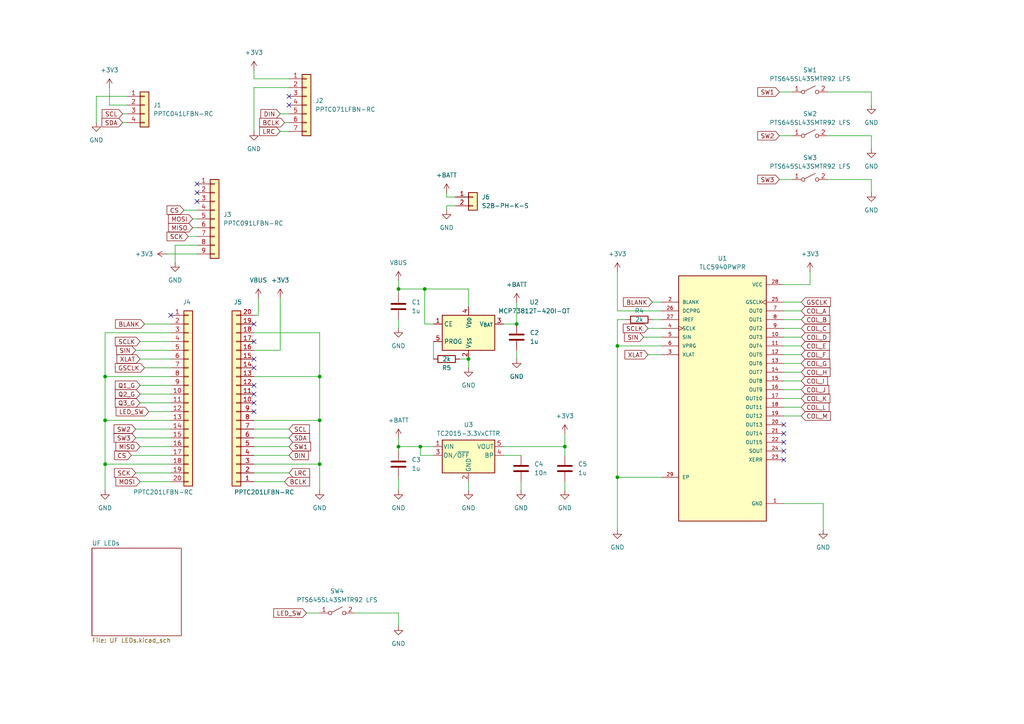
<source format=kicad_sch>
(kicad_sch (version 20231120) (generator "eeschema") (generator_version "8.0")
  (paper "A4")
  (lib_symbols
    (symbol "Battery_Management:MCP73812T-420I-OT"
      (property "Reference" "U" (at -6.35 6.35 0))
      (property "Value" "MCP73812T-420I-OT" (at 1.27 6.35 0))
      (symbol "MCP73812T-420I-OT_0_1"
        (rectangle (start -7.62 5.08) (end 7.62 -5.08) (stroke (width 0.254)) (fill (type background)))
      )
      (symbol "MCP73812T-420I-OT_1_1"
        (pin input line (at -10.16 2.54 0) (length 2.54) (name "CE") (number "1"))
        (pin power_in line (at 0 -7.62 90) (length 2.54) (name "V_{SS}") (number "2"))
        (pin power_out line (at 10.16 2.54 180) (length 2.54) (name "V_{BAT}") (number "3"))
        (pin power_in line (at 0 7.62 270) (length 2.54) (name "V_{DD}") (number "4"))
        (pin input line (at -10.16 -2.54 0) (length 2.54) (name "PROG") (number "5"))
      )
    )
    (symbol "Connector_Generic:Conn_01x02" (pin_names (offset 1.016) hide)
      (property "Reference" "J" (at 0 2.54 0))
      (property "Value" "Conn_01x02" (at 0 -5.08 0))
      (symbol "Conn_01x02_1_1"
        (rectangle (start -1.27 -2.413) (end 0 -2.667) (stroke (width 0.1524)))
        (rectangle (start -1.27 0.127) (end 0 -0.127) (stroke (width 0.1524)))
        (rectangle (start -1.27 1.27) (end 1.27 -3.81) (stroke (width 0.254)) (fill (type background)))
        (pin passive line (at -5.08 0 0) (length 3.81) (name "Pin_1") (number "1"))
        (pin passive line (at -5.08 -2.54 0) (length 3.81) (name "Pin_2") (number "2"))
      )
    )
    (symbol "Connector_Generic:Conn_01x04" (pin_names (offset 1.016) hide)
      (property "Reference" "J" (at 0 5.08 0))
      (property "Value" "Conn_01x04" (at 0 -7.62 0))
      (symbol "Conn_01x04_1_1"
        (rectangle (start -1.27 -4.953) (end 0 -5.207) (stroke (width 0.1524)))
        (rectangle (start -1.27 -2.413) (end 0 -2.667) (stroke (width 0.1524)))
        (rectangle (start -1.27 0.127) (end 0 -0.127) (stroke (width 0.1524)))
        (rectangle (start -1.27 2.667) (end 0 2.413) (stroke (width 0.1524)))
        (rectangle (start -1.27 3.81) (end 1.27 -6.35) (stroke (width 0.254)) (fill (type background)))
        (pin passive line (at -5.08 2.54 0) (length 3.81) (name "Pin_1") (number "1"))
        (pin passive line (at -5.08 0 0) (length 3.81) (name "Pin_2") (number "2"))
        (pin passive line (at -5.08 -2.54 0) (length 3.81) (name "Pin_3") (number "3"))
        (pin passive line (at -5.08 -5.08 0) (length 3.81) (name "Pin_4") (number "4"))
      )
    )
    (symbol "Connector_Generic:Conn_01x07" (pin_names (offset 1.016) hide)
      (property "Reference" "J" (at 0 10.16 0))
      (property "Value" "Conn_01x07" (at 0 -10.16 0))
      (symbol "Conn_01x07_1_1"
        (rectangle (start -1.27 -7.493) (end 0 -7.747) (stroke (width 0.1524)))
        (rectangle (start -1.27 -4.953) (end 0 -5.207) (stroke (width 0.1524)))
        (rectangle (start -1.27 -2.413) (end 0 -2.667) (stroke (width 0.1524)))
        (rectangle (start -1.27 0.127) (end 0 -0.127) (stroke (width 0.1524)))
        (rectangle (start -1.27 2.667) (end 0 2.413) (stroke (width 0.1524)))
        (rectangle (start -1.27 5.207) (end 0 4.953) (stroke (width 0.1524)))
        (rectangle (start -1.27 7.747) (end 0 7.493) (stroke (width 0.1524)))
        (rectangle (start -1.27 8.89) (end 1.27 -8.89) (stroke (width 0.254)) (fill (type background)))
        (pin passive line (at -5.08 7.62 0) (length 3.81) (name "Pin_1") (number "1"))
        (pin passive line (at -5.08 5.08 0) (length 3.81) (name "Pin_2") (number "2"))
        (pin passive line (at -5.08 2.54 0) (length 3.81) (name "Pin_3") (number "3"))
        (pin passive line (at -5.08 0 0) (length 3.81) (name "Pin_4") (number "4"))
        (pin passive line (at -5.08 -2.54 0) (length 3.81) (name "Pin_5") (number "5"))
        (pin passive line (at -5.08 -5.08 0) (length 3.81) (name "Pin_6") (number "6"))
        (pin passive line (at -5.08 -7.62 0) (length 3.81) (name "Pin_7") (number "7"))
      )
    )
    (symbol "Connector_Generic:Conn_01x09" (pin_names (offset 1.016) hide)
      (property "Reference" "J" (at 0 12.7 0))
      (property "Value" "Conn_01x09" (at 0 -12.7 0))
      (symbol "Conn_01x09_1_1"
        (rectangle (start -1.27 -10.033) (end 0 -10.287) (stroke (width 0.1524)))
        (rectangle (start -1.27 -7.493) (end 0 -7.747) (stroke (width 0.1524)))
        (rectangle (start -1.27 -4.953) (end 0 -5.207) (stroke (width 0.1524)))
        (rectangle (start -1.27 -2.413) (end 0 -2.667) (stroke (width 0.1524)))
        (rectangle (start -1.27 0.127) (end 0 -0.127) (stroke (width 0.1524)))
        (rectangle (start -1.27 2.667) (end 0 2.413) (stroke (width 0.1524)))
        (rectangle (start -1.27 5.207) (end 0 4.953) (stroke (width 0.1524)))
        (rectangle (start -1.27 7.747) (end 0 7.493) (stroke (width 0.1524)))
        (rectangle (start -1.27 10.287) (end 0 10.033) (stroke (width 0.1524)))
        (rectangle (start -1.27 11.43) (end 1.27 -11.43) (stroke (width 0.254)) (fill (type background)))
        (pin passive line (at -5.08 10.16 0) (length 3.81) (name "Pin_1") (number "1"))
        (pin passive line (at -5.08 7.62 0) (length 3.81) (name "Pin_2") (number "2"))
        (pin passive line (at -5.08 5.08 0) (length 3.81) (name "Pin_3") (number "3"))
        (pin passive line (at -5.08 2.54 0) (length 3.81) (name "Pin_4") (number "4"))
        (pin passive line (at -5.08 0 0) (length 3.81) (name "Pin_5") (number "5"))
        (pin passive line (at -5.08 -2.54 0) (length 3.81) (name "Pin_6") (number "6"))
        (pin passive line (at -5.08 -5.08 0) (length 3.81) (name "Pin_7") (number "7"))
        (pin passive line (at -5.08 -7.62 0) (length 3.81) (name "Pin_8") (number "8"))
        (pin passive line (at -5.08 -10.16 0) (length 3.81) (name "Pin_9") (number "9"))
      )
    )
    (symbol "Connector_Generic:Conn_01x20" (pin_names (offset 1.016) hide)
      (property "Reference" "J" (at 0 25.4 0))
      (property "Value" "Conn_01x20" (at 0 -27.94 0))
      (symbol "Conn_01x20_1_1"
        (rectangle (start -1.27 -25.273) (end 0 -25.527) (stroke (width 0.1524)))
        (rectangle (start -1.27 -22.733) (end 0 -22.987) (stroke (width 0.1524)))
        (rectangle (start -1.27 -20.193) (end 0 -20.447) (stroke (width 0.1524)))
        (rectangle (start -1.27 -17.653) (end 0 -17.907) (stroke (width 0.1524)))
        (rectangle (start -1.27 -15.113) (end 0 -15.367) (stroke (width 0.1524)))
        (rectangle (start -1.27 -12.573) (end 0 -12.827) (stroke (width 0.1524)))
        (rectangle (start -1.27 -10.033) (end 0 -10.287) (stroke (width 0.1524)))
        (rectangle (start -1.27 -7.493) (end 0 -7.747) (stroke (width 0.1524)))
        (rectangle (start -1.27 -4.953) (end 0 -5.207) (stroke (width 0.1524)))
        (rectangle (start -1.27 -2.413) (end 0 -2.667) (stroke (width 0.1524)))
        (rectangle (start -1.27 0.127) (end 0 -0.127) (stroke (width 0.1524)))
        (rectangle (start -1.27 2.667) (end 0 2.413) (stroke (width 0.1524)))
        (rectangle (start -1.27 5.207) (end 0 4.953) (stroke (width 0.1524)))
        (rectangle (start -1.27 7.747) (end 0 7.493) (stroke (width 0.1524)))
        (rectangle (start -1.27 10.287) (end 0 10.033) (stroke (width 0.1524)))
        (rectangle (start -1.27 12.827) (end 0 12.573) (stroke (width 0.1524)))
        (rectangle (start -1.27 15.367) (end 0 15.113) (stroke (width 0.1524)))
        (rectangle (start -1.27 17.907) (end 0 17.653) (stroke (width 0.1524)))
        (rectangle (start -1.27 20.447) (end 0 20.193) (stroke (width 0.1524)))
        (rectangle (start -1.27 22.987) (end 0 22.733) (stroke (width 0.1524)))
        (rectangle (start -1.27 24.13) (end 1.27 -26.67) (stroke (width 0.254)) (fill (type background)))
        (pin passive line (at -5.08 22.86 0) (length 3.81) (name "Pin_1") (number "1"))
        (pin passive line (at -5.08 0 0) (length 3.81) (name "Pin_10") (number "10"))
        (pin passive line (at -5.08 -2.54 0) (length 3.81) (name "Pin_11") (number "11"))
        (pin passive line (at -5.08 -5.08 0) (length 3.81) (name "Pin_12") (number "12"))
        (pin passive line (at -5.08 -7.62 0) (length 3.81) (name "Pin_13") (number "13"))
        (pin passive line (at -5.08 -10.16 0) (length 3.81) (name "Pin_14") (number "14"))
        (pin passive line (at -5.08 -12.7 0) (length 3.81) (name "Pin_15") (number "15"))
        (pin passive line (at -5.08 -15.24 0) (length 3.81) (name "Pin_16") (number "16"))
        (pin passive line (at -5.08 -17.78 0) (length 3.81) (name "Pin_17") (number "17"))
        (pin passive line (at -5.08 -20.32 0) (length 3.81) (name "Pin_18") (number "18"))
        (pin passive line (at -5.08 -22.86 0) (length 3.81) (name "Pin_19") (number "19"))
        (pin passive line (at -5.08 20.32 0) (length 3.81) (name "Pin_2") (number "2"))
        (pin passive line (at -5.08 -25.4 0) (length 3.81) (name "Pin_20") (number "20"))
        (pin passive line (at -5.08 17.78 0) (length 3.81) (name "Pin_3") (number "3"))
        (pin passive line (at -5.08 15.24 0) (length 3.81) (name "Pin_4") (number "4"))
        (pin passive line (at -5.08 12.7 0) (length 3.81) (name "Pin_5") (number "5"))
        (pin passive line (at -5.08 10.16 0) (length 3.81) (name "Pin_6") (number "6"))
        (pin passive line (at -5.08 7.62 0) (length 3.81) (name "Pin_7") (number "7"))
        (pin passive line (at -5.08 5.08 0) (length 3.81) (name "Pin_8") (number "8"))
        (pin passive line (at -5.08 2.54 0) (length 3.81) (name "Pin_9") (number "9"))
      )
    )
    (symbol "Device:C" (pin_numbers hide) (pin_names (offset 0.254))
      (property "Reference" "C" (at 0.635 2.54 0))
      (property "Value" "C" (at 0.635 -2.54 0))
      (symbol "C_0_1"
        (polyline (pts (xy -2.032 -0.762) (xy 2.032 -0.762)) (stroke (width 0.508)))
        (polyline (pts (xy -2.032 0.762) (xy 2.032 0.762)) (stroke (width 0.508)))
      )
      (symbol "C_1_1"
        (pin passive line (at 0 3.81 270) (length 2.794) (name "~") (number "1"))
        (pin passive line (at 0 -3.81 90) (length 2.794) (name "~") (number "2"))
      )
    )
    (symbol "Device:R" (pin_numbers hide) (pin_names (offset 0))
      (property "Reference" "R" (at 2.032 0 90))
      (property "Value" "R" (at 0 0 90))
      (symbol "R_0_1"
        (rectangle (start -1.016 -2.54) (end 1.016 2.54) (stroke (width 0.254)))
      )
      (symbol "R_1_1"
        (pin passive line (at 0 3.81 270) (length 1.27) (name "~") (number "1"))
        (pin passive line (at 0 -3.81 90) (length 1.27) (name "~") (number "2"))
      )
    )
    (symbol "Graduation Cap:TLC5940PWPR" (pin_names (offset 1.016))
      (property "Reference" "U" (at -12.7 36.56 0))
      (property "Value" "TLC5940PWPR" (at -12.7 -39.56 0))
      (symbol "TLC5940PWPR_0_0"
        (pin power_in line (at 17.78 -30.48 180) (length 5.08) (name "GND") (number "1"))
        (pin output line (at 17.78 17.78 180) (length 5.08) (name "OUT3") (number "10"))
        (pin output line (at 17.78 15.24 180) (length 5.08) (name "OUT4") (number "11"))
        (pin output line (at 17.78 12.7 180) (length 5.08) (name "OUT5") (number "12"))
        (pin output line (at 17.78 10.16 180) (length 5.08) (name "OUT6") (number "13"))
        (pin output line (at 17.78 7.62 180) (length 5.08) (name "OUT7") (number "14"))
        (pin output line (at 17.78 5.08 180) (length 5.08) (name "OUT8") (number "15"))
        (pin output line (at 17.78 2.54 180) (length 5.08) (name "OUT9") (number "16"))
        (pin output line (at 17.78 0 180) (length 5.08) (name "OUT10") (number "17"))
        (pin output line (at 17.78 -2.54 180) (length 5.08) (name "OUT11") (number "18"))
        (pin output line (at 17.78 -5.08 180) (length 5.08) (name "OUT12") (number "19"))
        (pin input line (at -17.78 27.94 0) (length 5.08) (name "BLANK") (number "2"))
        (pin output line (at 17.78 -7.62 180) (length 5.08) (name "OUT13") (number "20"))
        (pin output line (at 17.78 -10.16 180) (length 5.08) (name "OUT14") (number "21"))
        (pin output line (at 17.78 -12.7 180) (length 5.08) (name "OUT15") (number "22"))
        (pin output line (at 17.78 -17.78 180) (length 5.08) (name "XERR") (number "23"))
        (pin output line (at 17.78 -15.24 180) (length 5.08) (name "SOUT") (number "24"))
        (pin output clock (at 17.78 27.94 180) (length 5.08) (name "GSCLK") (number "25"))
        (pin input line (at -17.78 25.4 0) (length 5.08) (name "DCPRG") (number "26"))
        (pin input line (at -17.78 22.86 0) (length 5.08) (name "IREF") (number "27"))
        (pin power_in line (at 17.78 33.02 180) (length 5.08) (name "VCC") (number "28"))
        (pin bidirectional line (at -17.78 -22.86 0) (length 5.08) (name "EP") (number "29"))
        (pin input line (at -17.78 12.7 0) (length 5.08) (name "XLAT") (number "3"))
        (pin input clock (at -17.78 20.32 0) (length 5.08) (name "SCLK") (number "4"))
        (pin input line (at -17.78 17.78 0) (length 5.08) (name "SIN") (number "5"))
        (pin input line (at -17.78 15.24 0) (length 5.08) (name "VPRG") (number "6"))
        (pin output line (at 17.78 25.4 180) (length 5.08) (name "OUT0") (number "7"))
        (pin output line (at 17.78 22.86 180) (length 5.08) (name "OUT1") (number "8"))
        (pin output line (at 17.78 20.32 180) (length 5.08) (name "OUT2") (number "9"))
      )
      (symbol "TLC5940PWPR_1_0"
        (rectangle (start -12.7 35.56) (end 12.7 -35.56) (stroke (width 0.254)) (fill (type background)))
      )
    )
    (symbol "Regulator_Linear:TC2015-3.3VxCTTR" (pin_names (offset 0.254))
      (property "Reference" "U" (at -6.35 5.715 0))
      (property "Value" "TC2015-3.3VxCTTR" (at 0 5.715 0))
      (symbol "TC2015-3.3VxCTTR_0_1"
        (rectangle (start -7.62 -5.08) (end 7.62 4.445) (stroke (width 0.254)) (fill (type background)))
      )
      (symbol "TC2015-3.3VxCTTR_1_1"
        (pin power_in line (at -10.16 2.54 0) (length 2.54) (name "VIN") (number "1"))
        (pin power_in line (at 0 -7.62 90) (length 2.54) (name "GND") (number "2"))
        (pin input line (at -10.16 0 0) (length 2.54) (name "ON/~{OFF}") (number "3"))
        (pin input line (at 10.16 0 180) (length 2.54) (name "BP") (number "4"))
        (pin power_out line (at 10.16 2.54 180) (length 2.54) (name "VOUT") (number "5"))
      )
    )
    (symbol "Switch:SW_SPST" (pin_names (offset 0) hide)
      (property "Reference" "SW" (at 0 3.175 0))
      (property "Value" "SW_SPST" (at 0 -2.54 0))
      (symbol "SW_SPST_0_0"
        (circle (center -2.032 0) (radius 0.508))
        (polyline (pts (xy -1.524 0.254) (xy 1.524 1.778)))
        (circle (center 2.032 0) (radius 0.508))
      )
      (symbol "SW_SPST_1_1"
        (pin passive line (at -5.08 0 0) (length 2.54) (name "A") (number "1"))
        (pin passive line (at 5.08 0 180) (length 2.54) (name "B") (number "2"))
      )
    )
    (symbol "power:+3V3" (power) (pin_numbers hide) (pin_names (offset 0) hide)
      (property "Value" "+3V3" (at 0 3.556 0))
      (symbol "+3V3_0_1"
        (polyline (pts (xy -0.762 1.27) (xy 0 2.54)))
        (polyline (pts (xy 0 0) (xy 0 2.54)))
        (polyline (pts (xy 0 2.54) (xy 0.762 1.27)))
      )
      (symbol "+3V3_1_1"
        (pin power_in line (at 0 0 90) (length 0) (name "~") (number "1"))
      )
    )
    (symbol "power:+BATT" (power) (pin_numbers hide) (pin_names (offset 0) hide)
      (property "Value" "+BATT" (at 0 3.556 0))
      (symbol "+BATT_0_1"
        (polyline (pts (xy -0.762 1.27) (xy 0 2.54)))
        (polyline (pts (xy 0 0) (xy 0 2.54)))
        (polyline (pts (xy 0 2.54) (xy 0.762 1.27)))
      )
      (symbol "+BATT_1_1"
        (pin power_in line (at 0 0 90) (length 0) (name "~") (number "1"))
      )
    )
    (symbol "power:GND" (power) (pin_numbers hide) (pin_names (offset 0) hide)
      (property "Value" "GND" (at 0 -3.81 0))
      (symbol "GND_0_1"
        (polyline (pts (xy 0 0) (xy 0 -1.27) (xy 1.27 -1.27) (xy 0 -2.54) (xy -1.27 -1.27) (xy 0 -1.27)))
      )
      (symbol "GND_1_1"
        (pin power_in line (at 0 0 270) (length 0) (name "~") (number "1"))
      )
    )
    (symbol "power:VBUS" (power) (pin_numbers hide) (pin_names (offset 0) hide)
      (property "Value" "VBUS" (at 0 3.556 0))
      (symbol "VBUS_0_1"
        (polyline (pts (xy -0.762 1.27) (xy 0 2.54)))
        (polyline (pts (xy 0 0) (xy 0 2.54)))
        (polyline (pts (xy 0 2.54) (xy 0.762 1.27)))
      )
      (symbol "VBUS_1_1"
        (pin power_in line (at 0 0 90) (length 0) (name "~") (number "1"))
      )
    )
  )
  (junction (at 115.57 83.82))
  (junction (at 92.71 134.62))
  (junction (at 115.57 129.54))
  (junction (at 179.07 138.43))
  (junction (at 30.48 121.92))
  (junction (at 123.19 83.82))
  (junction (at 30.48 109.22))
  (junction (at 135.89 104.14))
  (junction (at 149.86 93.98))
  (junction (at 92.71 109.22))
  (junction (at 163.83 129.54))
  (junction (at 179.07 100.33))
  (junction (at 92.71 121.92))
  (junction (at 30.48 134.62))
  (junction (at 121.92 129.54))
  (no_connect (at 73.66 116.84))
  (no_connect (at 227.33 133.35))
  (no_connect (at 73.66 93.98))
  (no_connect (at 227.33 125.73))
  (no_connect (at 83.82 27.94))
  (no_connect (at 227.33 123.19))
  (no_connect (at 73.66 119.38))
  (no_connect (at 227.33 128.27))
  (no_connect (at 73.66 106.68))
  (no_connect (at 49.53 91.44))
  (no_connect (at 73.66 104.14))
  (no_connect (at 73.66 111.76))
  (no_connect (at 73.66 99.06))
  (no_connect (at 73.66 114.3))
  (no_connect (at 57.15 55.88))
  (no_connect (at 57.15 58.42))
  (no_connect (at 57.15 53.34))
  (no_connect (at 227.33 130.81))
  (no_connect (at 83.82 30.48))
  (wire (pts (xy 232.41 115.57) (xy 227.33 115.57)))
  (wire (pts (xy 121.92 132.08) (xy 121.92 129.54)))
  (wire (pts (xy 179.07 90.17) (xy 179.07 78.74)))
  (wire (pts (xy 252.73 52.07) (xy 252.73 55.88)))
  (wire (pts (xy 125.73 132.08) (xy 121.92 132.08)))
  (wire (pts (xy 232.41 100.33) (xy 227.33 100.33)))
  (wire (pts (xy 41.91 93.98) (xy 49.53 93.98)))
  (wire (pts (xy 163.83 129.54) (xy 163.83 132.08)))
  (wire (pts (xy 179.07 100.33) (xy 191.77 100.33)))
  (wire (pts (xy 232.41 102.87) (xy 227.33 102.87)))
  (wire (pts (xy 115.57 92.71) (xy 115.57 95.25)))
  (wire (pts (xy 88.9 177.8) (xy 92.71 177.8)))
  (wire (pts (xy 252.73 39.37) (xy 252.73 43.18)))
  (wire (pts (xy 135.89 88.9) (xy 135.89 83.82)))
  (wire (pts (xy 73.66 20.32) (xy 73.66 22.86)))
  (wire (pts (xy 179.07 90.17) (xy 191.77 90.17)))
  (wire (pts (xy 40.64 104.14) (xy 49.53 104.14)))
  (wire (pts (xy 49.53 96.52) (xy 30.48 96.52)))
  (wire (pts (xy 123.19 93.98) (xy 125.73 93.98)))
  (wire (pts (xy 50.8 76.2) (xy 50.8 71.12)))
  (wire (pts (xy 55.88 63.5) (xy 57.15 63.5)))
  (wire (pts (xy 232.41 110.49) (xy 227.33 110.49)))
  (wire (pts (xy 135.89 83.82) (xy 123.19 83.82)))
  (wire (pts (xy 115.57 177.8) (xy 115.57 181.61)))
  (wire (pts (xy 163.83 129.54) (xy 163.83 125.73)))
  (wire (pts (xy 226.06 52.07) (xy 229.87 52.07)))
  (wire (pts (xy 92.71 134.62) (xy 73.66 134.62)))
  (wire (pts (xy 53.34 60.96) (xy 57.15 60.96)))
  (wire (pts (xy 149.86 101.6) (xy 149.86 104.14)))
  (wire (pts (xy 232.41 105.41) (xy 227.33 105.41)))
  (wire (pts (xy 232.41 95.25) (xy 227.33 95.25)))
  (wire (pts (xy 125.73 99.06) (xy 125.73 104.14)))
  (wire (pts (xy 129.54 59.69) (xy 132.08 59.69)))
  (wire (pts (xy 115.57 138.43) (xy 115.57 142.24)))
  (wire (pts (xy 41.91 106.68) (xy 49.53 106.68)))
  (wire (pts (xy 135.89 139.7) (xy 135.89 142.24)))
  (wire (pts (xy 186.69 97.79) (xy 191.77 97.79)))
  (wire (pts (xy 234.95 82.55) (xy 234.95 78.74)))
  (wire (pts (xy 81.28 101.6) (xy 73.66 101.6)))
  (wire (pts (xy 146.05 132.08) (xy 151.13 132.08)))
  (wire (pts (xy 227.33 146.05) (xy 238.76 146.05)))
  (wire (pts (xy 238.76 146.05) (xy 238.76 153.67)))
  (wire (pts (xy 232.41 118.11) (xy 227.33 118.11)))
  (wire (pts (xy 40.64 129.54) (xy 49.53 129.54)))
  (wire (pts (xy 39.37 101.6) (xy 49.53 101.6)))
  (wire (pts (xy 115.57 81.28) (xy 115.57 83.82)))
  (wire (pts (xy 151.13 139.7) (xy 151.13 142.24)))
  (wire (pts (xy 30.48 142.24) (xy 30.48 134.62)))
  (wire (pts (xy 163.83 139.7) (xy 163.83 142.24)))
  (wire (pts (xy 92.71 121.92) (xy 92.71 134.62)))
  (wire (pts (xy 115.57 129.54) (xy 115.57 130.81)))
  (wire (pts (xy 30.48 134.62) (xy 49.53 134.62)))
  (wire (pts (xy 102.87 177.8) (xy 115.57 177.8)))
  (wire (pts (xy 73.66 22.86) (xy 83.82 22.86)))
  (wire (pts (xy 232.41 97.79) (xy 227.33 97.79)))
  (wire (pts (xy 31.75 30.48) (xy 36.83 30.48)))
  (wire (pts (xy 83.82 132.08) (xy 73.66 132.08)))
  (wire (pts (xy 49.53 121.92) (xy 30.48 121.92)))
  (wire (pts (xy 73.66 139.7) (xy 82.55 139.7)))
  (wire (pts (xy 30.48 109.22) (xy 30.48 121.92)))
  (wire (pts (xy 146.05 93.98) (xy 149.86 93.98)))
  (wire (pts (xy 135.89 104.14) (xy 135.89 106.68)))
  (wire (pts (xy 226.06 26.67) (xy 229.87 26.67)))
  (wire (pts (xy 115.57 83.82) (xy 123.19 83.82)))
  (wire (pts (xy 92.71 109.22) (xy 92.71 121.92)))
  (wire (pts (xy 35.56 35.56) (xy 36.83 35.56)))
  (wire (pts (xy 189.23 92.71) (xy 191.77 92.71)))
  (wire (pts (xy 232.41 113.03) (xy 227.33 113.03)))
  (wire (pts (xy 115.57 83.82) (xy 115.57 85.09)))
  (wire (pts (xy 74.93 91.44) (xy 74.93 86.36)))
  (wire (pts (xy 121.92 129.54) (xy 125.73 129.54)))
  (wire (pts (xy 49.53 109.22) (xy 30.48 109.22)))
  (wire (pts (xy 132.08 57.15) (xy 129.54 57.15)))
  (wire (pts (xy 73.66 121.92) (xy 92.71 121.92)))
  (wire (pts (xy 39.37 127) (xy 49.53 127)))
  (wire (pts (xy 187.96 102.87) (xy 191.77 102.87)))
  (wire (pts (xy 189.23 87.63) (xy 191.77 87.63)))
  (wire (pts (xy 50.8 71.12) (xy 57.15 71.12)))
  (wire (pts (xy 227.33 82.55) (xy 234.95 82.55)))
  (wire (pts (xy 39.37 124.46) (xy 49.53 124.46)))
  (wire (pts (xy 133.35 104.14) (xy 135.89 104.14)))
  (wire (pts (xy 55.88 66.04) (xy 57.15 66.04)))
  (wire (pts (xy 73.66 96.52) (xy 92.71 96.52)))
  (wire (pts (xy 92.71 96.52) (xy 92.71 109.22)))
  (wire (pts (xy 73.66 129.54) (xy 83.82 129.54)))
  (wire (pts (xy 31.75 25.4) (xy 31.75 30.48)))
  (wire (pts (xy 146.05 129.54) (xy 163.83 129.54)))
  (wire (pts (xy 73.66 109.22) (xy 92.71 109.22)))
  (wire (pts (xy 43.18 119.38) (xy 49.53 119.38)))
  (wire (pts (xy 179.07 92.71) (xy 181.61 92.71)))
  (wire (pts (xy 240.03 26.67) (xy 252.73 26.67)))
  (wire (pts (xy 40.64 139.7) (xy 49.53 139.7)))
  (wire (pts (xy 240.03 52.07) (xy 252.73 52.07)))
  (wire (pts (xy 82.55 35.56) (xy 83.82 35.56)))
  (wire (pts (xy 73.66 91.44) (xy 74.93 91.44)))
  (wire (pts (xy 240.03 39.37) (xy 252.73 39.37)))
  (wire (pts (xy 81.28 38.1) (xy 83.82 38.1)))
  (wire (pts (xy 40.64 111.76) (xy 49.53 111.76)))
  (wire (pts (xy 92.71 142.24) (xy 92.71 134.62)))
  (wire (pts (xy 232.41 120.65) (xy 227.33 120.65)))
  (wire (pts (xy 73.66 25.4) (xy 83.82 25.4)))
  (wire (pts (xy 38.1 132.08) (xy 49.53 132.08)))
  (wire (pts (xy 232.41 107.95) (xy 227.33 107.95)))
  (wire (pts (xy 30.48 121.92) (xy 30.48 134.62)))
  (wire (pts (xy 27.94 35.56) (xy 27.94 27.94)))
  (wire (pts (xy 40.64 114.3) (xy 49.53 114.3)))
  (wire (pts (xy 40.64 99.06) (xy 49.53 99.06)))
  (wire (pts (xy 40.64 116.84) (xy 49.53 116.84)))
  (wire (pts (xy 232.41 87.63) (xy 227.33 87.63)))
  (wire (pts (xy 252.73 26.67) (xy 252.73 30.48)))
  (wire (pts (xy 179.07 138.43) (xy 191.77 138.43)))
  (wire (pts (xy 149.86 93.98) (xy 149.86 87.63)))
  (wire (pts (xy 232.41 92.71) (xy 227.33 92.71)))
  (wire (pts (xy 81.28 86.36) (xy 81.28 101.6)))
  (wire (pts (xy 48.26 73.66) (xy 57.15 73.66)))
  (wire (pts (xy 115.57 129.54) (xy 121.92 129.54)))
  (wire (pts (xy 35.56 33.02) (xy 36.83 33.02)))
  (wire (pts (xy 179.07 100.33) (xy 179.07 138.43)))
  (wire (pts (xy 232.41 90.17) (xy 227.33 90.17)))
  (wire (pts (xy 39.37 137.16) (xy 49.53 137.16)))
  (wire (pts (xy 226.06 39.37) (xy 229.87 39.37)))
  (wire (pts (xy 83.82 124.46) (xy 73.66 124.46)))
  (wire (pts (xy 115.57 127) (xy 115.57 129.54)))
  (wire (pts (xy 73.66 137.16) (xy 83.82 137.16)))
  (wire (pts (xy 27.94 27.94) (xy 36.83 27.94)))
  (wire (pts (xy 54.61 68.58) (xy 57.15 68.58)))
  (wire (pts (xy 179.07 100.33) (xy 179.07 92.71)))
  (wire (pts (xy 129.54 57.15) (xy 129.54 55.88)))
  (wire (pts (xy 73.66 38.1) (xy 73.66 25.4)))
  (wire (pts (xy 129.54 60.96) (xy 129.54 59.69)))
  (wire (pts (xy 81.28 33.02) (xy 83.82 33.02)))
  (wire (pts (xy 179.07 138.43) (xy 179.07 153.67)))
  (wire (pts (xy 187.96 95.25) (xy 191.77 95.25)))
  (wire (pts (xy 83.82 127) (xy 73.66 127)))
  (wire (pts (xy 123.19 83.82) (xy 123.19 93.98)))
  (wire (pts (xy 30.48 96.52) (xy 30.48 109.22)))
  (global_label "LED_SW" (shape input) (at 88.9 177.8 180) (property "Intersheetrefs" "${INTERSHEET_REFS}" (effects (hide yes))))
  (global_label "DIN" (shape input) (at 83.82 132.08 0) (property "Intersheetrefs" "${INTERSHEET_REFS}" (effects (hide yes))))
  (global_label "SW2" (shape input) (at 39.37 124.46 180) (property "Intersheetrefs" "${INTERSHEET_REFS}" (effects (hide yes))))
  (global_label "XLAT" (shape input) (at 187.96 102.87 180) (property "Intersheetrefs" "${INTERSHEET_REFS}" (effects (hide yes))))
  (global_label "SCLK" (shape input) (at 187.96 95.25 180) (property "Intersheetrefs" "${INTERSHEET_REFS}" (effects (hide yes))))
  (global_label "XLAT" (shape input) (at 40.64 104.14 180) (property "Intersheetrefs" "${INTERSHEET_REFS}" (effects (hide yes))))
  (global_label "BLANK" (shape input) (at 189.23 87.63 180) (property "Intersheetrefs" "${INTERSHEET_REFS}" (effects (hide yes))))
  (global_label "MISO" (shape input) (at 40.64 129.54 180) (property "Intersheetrefs" "${INTERSHEET_REFS}" (effects (hide yes))))
  (global_label "SW2" (shape input) (at 226.06 39.37 180) (property "Intersheetrefs" "${INTERSHEET_REFS}" (effects (hide yes))))
  (global_label "Q3_G" (shape input) (at 40.64 116.84 180) (property "Intersheetrefs" "${INTERSHEET_REFS}" (effects (hide yes))))
  (global_label "SW1" (shape input) (at 226.06 26.67 180) (property "Intersheetrefs" "${INTERSHEET_REFS}" (effects (hide yes))))
  (global_label "Q1_G" (shape input) (at 40.64 111.76 180) (property "Intersheetrefs" "${INTERSHEET_REFS}" (effects (hide yes))))
  (global_label "SIN" (shape input) (at 186.69 97.79 180) (property "Intersheetrefs" "${INTERSHEET_REFS}" (effects (hide yes))))
  (global_label "MOSI" (shape input) (at 40.64 139.7 180) (property "Intersheetrefs" "${INTERSHEET_REFS}" (effects (hide yes))))
  (global_label "SCL" (shape input) (at 35.56 33.02 180) (property "Intersheetrefs" "${INTERSHEET_REFS}" (effects (hide yes))))
  (global_label "LRC" (shape input) (at 83.82 137.16 0) (property "Intersheetrefs" "${INTERSHEET_REFS}" (effects (hide yes))))
  (global_label "SW3" (shape input) (at 39.37 127 180) (property "Intersheetrefs" "${INTERSHEET_REFS}" (effects (hide yes))))
  (global_label "SIN" (shape input) (at 39.37 101.6 180) (property "Intersheetrefs" "${INTERSHEET_REFS}" (effects (hide yes))))
  (global_label "SCK" (shape input) (at 39.37 137.16 180) (property "Intersheetrefs" "${INTERSHEET_REFS}" (effects (hide yes))))
  (global_label "COL_K" (shape input) (at 232.41 115.57 0) (property "Intersheetrefs" "${INTERSHEET_REFS}" (effects (hide yes))))
  (global_label "COL_E" (shape input) (at 232.41 100.33 0) (property "Intersheetrefs" "${INTERSHEET_REFS}" (effects (hide yes))))
  (global_label "DIN" (shape input) (at 81.28 33.02 180) (property "Intersheetrefs" "${INTERSHEET_REFS}" (effects (hide yes))))
  (global_label "CS" (shape input) (at 38.1 132.08 180) (property "Intersheetrefs" "${INTERSHEET_REFS}" (effects (hide yes))))
  (global_label "BCLK" (shape input) (at 82.55 139.7 0) (property "Intersheetrefs" "${INTERSHEET_REFS}" (effects (hide yes))))
  (global_label "CS" (shape input) (at 53.34 60.96 180) (property "Intersheetrefs" "${INTERSHEET_REFS}" (effects (hide yes))))
  (global_label "COL_J" (shape input) (at 232.41 113.03 0) (property "Intersheetrefs" "${INTERSHEET_REFS}" (effects (hide yes))))
  (global_label "COL_I" (shape input) (at 232.41 110.49 0) (property "Intersheetrefs" "${INTERSHEET_REFS}" (effects (hide yes))))
  (global_label "BCLK" (shape input) (at 82.55 35.56 180) (property "Intersheetrefs" "${INTERSHEET_REFS}" (effects (hide yes))))
  (global_label "SW1" (shape input) (at 83.82 129.54 0) (property "Intersheetrefs" "${INTERSHEET_REFS}" (effects (hide yes))))
  (global_label "SDA" (shape input) (at 35.56 35.56 180) (property "Intersheetrefs" "${INTERSHEET_REFS}" (effects (hide yes))))
  (global_label "MISO" (shape input) (at 55.88 66.04 180) (property "Intersheetrefs" "${INTERSHEET_REFS}" (effects (hide yes))))
  (global_label "GSCLK" (shape input) (at 232.41 87.63 0) (property "Intersheetrefs" "${INTERSHEET_REFS}" (effects (hide yes))))
  (global_label "COL_H" (shape input) (at 232.41 107.95 0) (property "Intersheetrefs" "${INTERSHEET_REFS}" (effects (hide yes))))
  (global_label "Q2_G" (shape input) (at 40.64 114.3 180) (property "Intersheetrefs" "${INTERSHEET_REFS}" (effects (hide yes))))
  (global_label "COL_M" (shape input) (at 232.41 120.65 0) (property "Intersheetrefs" "${INTERSHEET_REFS}" (effects (hide yes))))
  (global_label "COL_D" (shape input) (at 232.41 97.79 0) (property "Intersheetrefs" "${INTERSHEET_REFS}" (effects (hide yes))))
  (global_label "MOSI" (shape input) (at 55.88 63.5 180) (property "Intersheetrefs" "${INTERSHEET_REFS}" (effects (hide yes))))
  (global_label "COL_A" (shape input) (at 232.41 90.17 0) (property "Intersheetrefs" "${INTERSHEET_REFS}" (effects (hide yes))))
  (global_label "LED_SW" (shape input) (at 43.18 119.38 180) (property "Intersheetrefs" "${INTERSHEET_REFS}" (effects (hide yes))))
  (global_label "COL_C" (shape input) (at 232.41 95.25 0) (property "Intersheetrefs" "${INTERSHEET_REFS}" (effects (hide yes))))
  (global_label "COL_F" (shape input) (at 232.41 102.87 0) (property "Intersheetrefs" "${INTERSHEET_REFS}" (effects (hide yes))))
  (global_label "SCL" (shape input) (at 83.82 124.46 0) (property "Intersheetrefs" "${INTERSHEET_REFS}" (effects (hide yes))))
  (global_label "SW3" (shape input) (at 226.06 52.07 180) (property "Intersheetrefs" "${INTERSHEET_REFS}" (effects (hide yes))))
  (global_label "SDA" (shape input) (at 83.82 127 0) (property "Intersheetrefs" "${INTERSHEET_REFS}" (effects (hide yes))))
  (global_label "COL_G" (shape input) (at 232.41 105.41 0) (property "Intersheetrefs" "${INTERSHEET_REFS}" (effects (hide yes))))
  (global_label "GSCLK" (shape input) (at 41.91 106.68 180) (property "Intersheetrefs" "${INTERSHEET_REFS}" (effects (hide yes))))
  (global_label "SCLK" (shape input) (at 40.64 99.06 180) (property "Intersheetrefs" "${INTERSHEET_REFS}" (effects (hide yes))))
  (global_label "COL_B" (shape input) (at 232.41 92.71 0) (property "Intersheetrefs" "${INTERSHEET_REFS}" (effects (hide yes))))
  (global_label "BLANK" (shape input) (at 41.91 93.98 180) (property "Intersheetrefs" "${INTERSHEET_REFS}" (effects (hide yes))))
  (global_label "SCK" (shape input) (at 54.61 68.58 180) (property "Intersheetrefs" "${INTERSHEET_REFS}" (effects (hide yes))))
  (global_label "LRC" (shape input) (at 81.28 38.1 180) (property "Intersheetrefs" "${INTERSHEET_REFS}" (effects (hide yes))))
  (global_label "COL_L" (shape input) (at 232.41 118.11 0) (property "Intersheetrefs" "${INTERSHEET_REFS}" (effects (hide yes))))
  (symbol (lib_id "power:GND") (at 179.07 153.67 0) (mirror y) (unit 1)
    (property "Reference" "#PWR010" (effects (hide yes)))
    (property "Value" "GND" (at 179.07 158.75 0))
    (property "Description" "Power symbol creates a global label with name \"GND\" , ground" (effects (hide yes)))
  )
  (symbol (lib_id "power:GND") (at 92.71 142.24 0) (unit 1)
    (property "Reference" "#PWR018" (effects (hide yes)))
    (property "Value" "GND" (at 92.71 147.32 0))
    (property "Description" "Power symbol creates a global label with name \"GND\" , ground" (effects (hide yes)))
  )
  (symbol (lib_id "Connector_Generic:Conn_01x09") (at 62.23 63.5 0) (unit 1)
    (property "Reference" "J3" (at 64.77 62.2299 0) (effects (justify left)))
    (property "Value" "PPTC091LFBN-RC" (at 64.77 64.7699 0) (effects (justify left)))
    (property "Footprint" "Graduation Cap:PinSocket_1x09_P2.54mm_Vertical" (effects (hide yes)))
    (property "Description" "Generic connector, single row, 01x09, script generated (kicad-library-utils/schlib/autogen/connector/)" (effects (hide yes)))
  )
  (symbol (lib_id "power:+3V3") (at 234.95 78.74 0) (unit 1)
    (property "Reference" "#PWR020" (effects (hide yes)))
    (property "Value" "+3V3" (at 234.95 73.66 0))
    (property "Description" "Power symbol creates a global label with name \"+3V3\"" (effects (hide yes)))
  )
  (symbol (lib_id "power:+3V3") (at 31.75 25.4 0) (unit 1)
    (property "Reference" "#PWR015" (effects (hide yes)))
    (property "Value" "+3V3" (at 31.75 20.32 0))
    (property "Description" "Power symbol creates a global label with name \"+3V3\"" (effects (hide yes)))
  )
  (symbol (lib_id "power:GND") (at 252.73 30.48 0) (unit 1)
    (property "Reference" "#PWR08" (effects (hide yes)))
    (property "Value" "GND" (at 252.73 35.56 0))
    (property "Description" "Power symbol creates a global label with name \"GND\" , ground" (effects (hide yes)))
  )
  (symbol (lib_id "Device:C") (at 115.57 134.62 0) (unit 1)
    (property "Reference" "C3" (at 119.38 133.3499 0) (effects (justify left)))
    (property "Value" "1u" (at 119.38 135.8899 0) (effects (justify left)))
    (property "Footprint" "Capacitor_SMD:C_0603_1608Metric" (effects (hide yes)))
    (property "Description" "Unpolarized capacitor" (effects (hide yes)))
  )
  (symbol (lib_id "power:GND") (at 30.48 142.24 0) (mirror y) (unit 1)
    (property "Reference" "#PWR019" (effects (hide yes)))
    (property "Value" "GND" (at 30.48 147.32 0))
    (property "Description" "Power symbol creates a global label with name \"GND\" , ground" (effects (hide yes)))
  )
  (symbol (lib_id "power:GND") (at 115.57 95.25 0) (unit 1)
    (property "Reference" "#PWR03" (effects (hide yes)))
    (property "Value" "GND" (at 115.57 100.33 0))
    (property "Description" "Power symbol creates a global label with name \"GND\" , ground" (effects (hide yes)))
  )
  (symbol (lib_id "power:+BATT") (at 129.54 55.88 0) (unit 1)
    (property "Reference" "#PWR031" (effects (hide yes)))
    (property "Value" "+BATT" (at 129.54 50.8 0))
    (property "Description" "Power symbol creates a global label with name \"+BATT\"" (effects (hide yes)))
  )
  (symbol (lib_id "power:GND") (at 163.83 142.24 0) (unit 1)
    (property "Reference" "#PWR029" (effects (hide yes)))
    (property "Value" "GND" (at 163.83 147.32 0))
    (property "Description" "Power symbol creates a global label with name \"GND\" , ground" (effects (hide yes)))
  )
  (symbol (lib_id "Connector_Generic:Conn_01x20") (at 54.61 114.3 0) (unit 1)
    (property "Reference" "J4" (at 53 87.63 0) (effects (justify left)))
    (property "Value" "PPTC201LFBN-RC" (at 38.6 142.75 0) (effects (justify left)))
    (property "Footprint" "Connector_PinSocket_2.54mm:PinSocket_1x20_P2.54mm_Vertical" (effects (hide yes)))
    (property "Description" "Generic connector, single row, 01x20, script generated (kicad-library-utils/schlib/autogen/connector/)" (effects (hide yes)))
  )
  (symbol (lib_id "Device:C") (at 115.57 88.9 0) (unit 1)
    (property "Reference" "C1" (at 119.38 87.6299 0) (effects (justify left)))
    (property "Value" "1u" (at 119.38 90.1699 0) (effects (justify left)))
    (property "Footprint" "Capacitor_SMD:C_0603_1608Metric" (effects (hide yes)))
    (property "Description" "Unpolarized capacitor" (effects (hide yes)))
  )
  (symbol (lib_id "power:VBUS") (at 74.93 86.36 0) (unit 1)
    (property "Reference" "#PWR032" (effects (hide yes)))
    (property "Value" "VBUS" (at 74.93 81.28 0))
    (property "Description" "Power symbol creates a global label with name \"VBUS\"" (effects (hide yes)))
  )
  (symbol (lib_id "power:+3V3") (at 179.07 78.74 0) (unit 1)
    (property "Reference" "#PWR011" (effects (hide yes)))
    (property "Value" "+3V3" (at 179.07 73.66 0))
    (property "Description" "Power symbol creates a global label with name \"+3V3\"" (effects (hide yes)))
  )
  (symbol (lib_id "power:+3V3") (at 163.83 125.73 0) (unit 1)
    (property "Reference" "#PWR025" (effects (hide yes)))
    (property "Value" "+3V3" (at 163.83 120.65 0))
    (property "Description" "Power symbol creates a global label with name \"+3V3\"" (effects (hide yes)))
  )
  (symbol (lib_id "power:GND") (at 115.57 142.24 0) (unit 1)
    (property "Reference" "#PWR026" (effects (hide yes)))
    (property "Value" "GND" (at 115.57 147.32 0))
    (property "Description" "Power symbol creates a global label with name \"GND\" , ground" (effects (hide yes)))
  )
  (symbol (lib_id "Connector_Generic:Conn_01x07") (at 88.9 30.48 0) (unit 1)
    (property "Reference" "J2" (at 91.44 29.2099 0) (effects (justify left)))
    (property "Value" "PPTC071LFBN-RC" (at 91.44 31.7499 0) (effects (justify left)))
    (property "Footprint" "Graduation Cap:PinSocket_1x07_P2.54mm_Vertical" (effects (hide yes)))
    (property "Description" "Generic connector, single row, 01x07, script generated (kicad-library-utils/schlib/autogen/connector/)" (effects (hide yes)))
  )
  (symbol (lib_id "power:+BATT") (at 149.86 87.63 0) (unit 1)
    (property "Reference" "#PWR023" (effects (hide yes)))
    (property "Value" "+BATT" (at 149.86 82.55 0))
    (property "Description" "Power symbol creates a global label with name \"+BATT\"" (effects (hide yes)))
  )
  (symbol (lib_id "power:GND") (at 149.86 104.14 0) (unit 1)
    (property "Reference" "#PWR021" (effects (hide yes)))
    (property "Value" "GND" (at 149.86 109.22 0))
    (property "Description" "Power symbol creates a global label with name \"GND\" , ground" (effects (hide yes)))
  )
  (symbol (lib_id "power:GND") (at 115.57 181.61 0) (unit 1)
    (property "Reference" "#PWR09" (effects (hide yes)))
    (property "Value" "GND" (at 115.57 186.69 0))
    (property "Description" "Power symbol creates a global label with name \"GND\" , ground" (effects (hide yes)))
  )
  (symbol (lib_id "power:GND") (at 129.54 60.96 0) (unit 1)
    (property "Reference" "#PWR030" (effects (hide yes)))
    (property "Value" "GND" (at 129.54 66.04 0))
    (property "Description" "Power symbol creates a global label with name \"GND\" , ground" (effects (hide yes)))
  )
  (symbol (lib_id "Device:C") (at 149.86 97.79 0) (unit 1)
    (property "Reference" "C2" (at 153.67 96.5199 0) (effects (justify left)))
    (property "Value" "1u" (at 153.67 99.0599 0) (effects (justify left)))
    (property "Footprint" "Capacitor_SMD:C_0603_1608Metric" (effects (hide yes)))
    (property "Description" "Unpolarized capacitor" (effects (hide yes)))
  )
  (symbol (lib_id "Regulator_Linear:TC2015-3.3VxCTTR") (at 135.89 132.08 0) (unit 1)
    (property "Reference" "U3" (at 135.89 123.19 0))
    (property "Value" "TC2015-3.3VxCTTR" (at 135.89 125.73 0))
    (property "Footprint" "Package_TO_SOT_SMD:SOT-23-5" (effects (hide yes)))
    (property "Datasheet" "http://ww1.microchip.com/downloads/en/DeviceDoc/21662F.pdf" (effects (hide yes)))
    (property "Description" "3.3V 100mA CMOS LDO with Shutdown and Vref Bypass, SOT-23-5" (effects (hide yes)))
  )
  (symbol (lib_id "Connector_Generic:Conn_01x20") (at 68.58 116.84 180) (unit 1)
    (property "Reference" "J5" (at 70.19 87.63 0) (effects (justify left)))
    (property "Value" "PPTC201LFBN-RC" (at 85.35 142.75 0) (effects (justify left)))
    (property "Footprint" "Connector_PinSocket_2.54mm:PinSocket_1x20_P2.54mm_Vertical" (effects (hide yes)))
    (property "Description" "Generic connector, single row, 01x20, script generated (kicad-library-utils/schlib/autogen/connector/)" (effects (hide yes)))
  )
  (symbol (lib_id "Device:R") (at 185.42 92.71 90) (unit 1)
    (property "Reference" "R4" (at 185.42 90.17 90))
    (property "Value" "2k" (at 185.42 92.71 90))
    (property "Footprint" "Resistor_SMD:R_0603_1608Metric" (effects (hide yes)))
    (property "Description" "Resistor" (effects (hide yes)))
  )
  (symbol (lib_id "Graduation Cap:TLC5940PWPR") (at 209.55 115.57 0) (unit 1)
    (property "Reference" "U1" (at 209.55 74.93 0))
    (property "Value" "TLC5940PWPR" (at 209.55 77.47 0))
    (property "Footprint" "Package_SO:HTSSOP-28-1EP_4.4x9.7mm_P0.65mm_EP3.4x9.5mm_Mask2.4x6.17mm_ThermalVias" (effects (hide yes)))
  )
  (symbol (lib_id "power:+3V3") (at 81.28 86.36 0) (unit 1)
    (property "Reference" "#PWR02" (effects (hide yes)))
    (property "Value" "+3V3" (at 81.28 81.28 0))
    (property "Description" "Power symbol creates a global label with name \"+3V3\"" (effects (hide yes)))
  )
  (symbol (lib_id "power:GND") (at 238.76 153.67 0) (unit 1)
    (property "Reference" "#PWR01" (effects (hide yes)))
    (property "Value" "GND" (at 238.76 158.75 0))
    (property "Description" "Power symbol creates a global label with name \"GND\" , ground" (effects (hide yes)))
  )
  (symbol (lib_id "power:GND") (at 252.73 43.18 0) (unit 1)
    (property "Reference" "#PWR07" (effects (hide yes)))
    (property "Value" "GND" (at 252.73 48.26 0))
    (property "Description" "Power symbol creates a global label with name \"GND\" , ground" (effects (hide yes)))
  )
  (symbol (lib_id "Switch:SW_SPST") (at 234.95 52.07 0) (unit 1)
    (property "Reference" "SW3" (at 234.95 45.72 0))
    (property "Value" "PTS645SL43SMTR92 LFS" (at 234.95 48.26 0))
    (property "Footprint" "Button_Switch_SMD:SW_SPST_PTS645" (effects (hide yes)))
    (property "Description" "Single Pole Single Throw (SPST) switch" (effects (hide yes)))
  )
  (symbol (lib_id "Connector_Generic:Conn_01x04") (at 41.91 30.48 0) (unit 1)
    (property "Reference" "J1" (at 44.45 30.4799 0) (effects (justify left)))
    (property "Value" "PPTC041LFBN-RC" (at 44.45 33.0199 0) (effects (justify left)))
    (property "Footprint" "Graduation Cap:PinSocket_1x04_P2.54mm_Vertical" (effects (hide yes)))
    (property "Description" "Generic connector, single row, 01x04, script generated (kicad-library-utils/schlib/autogen/connector/)" (effects (hide yes)))
  )
  (symbol (lib_id "power:GND") (at 73.66 38.1 0) (unit 1)
    (property "Reference" "#PWR017" (effects (hide yes)))
    (property "Value" "GND" (at 73.66 43.18 0))
    (property "Description" "Power symbol creates a global label with name \"GND\" , ground" (effects (hide yes)))
  )
  (symbol (lib_id "power:GND") (at 252.73 55.88 0) (unit 1)
    (property "Reference" "#PWR06" (effects (hide yes)))
    (property "Value" "GND" (at 252.73 60.96 0))
    (property "Description" "Power symbol creates a global label with name \"GND\" , ground" (effects (hide yes)))
  )
  (symbol (lib_id "power:GND") (at 27.94 35.56 0) (unit 1)
    (property "Reference" "#PWR014" (effects (hide yes)))
    (property "Value" "GND" (at 27.94 40.64 0))
    (property "Description" "Power symbol creates a global label with name \"GND\" , ground" (effects (hide yes)))
  )
  (symbol (lib_id "Device:C") (at 151.13 135.89 0) (unit 1)
    (property "Reference" "C4" (at 154.94 134.6199 0) (effects (justify left)))
    (property "Value" "10n" (at 154.94 137.1599 0) (effects (justify left)))
    (property "Footprint" "Capacitor_SMD:C_0603_1608Metric" (effects (hide yes)))
    (property "Description" "Unpolarized capacitor" (effects (hide yes)))
  )
  (symbol (lib_id "Device:R") (at 129.54 104.14 90) (unit 1)
    (property "Reference" "R5" (at 129.54 106.68 90))
    (property "Value" "2k" (at 129.54 104.14 90))
    (property "Footprint" "Resistor_SMD:R_0603_1608Metric" (effects (hide yes)))
    (property "Description" "Resistor" (effects (hide yes)))
  )
  (symbol (lib_id "power:GND") (at 151.13 142.24 0) (unit 1)
    (property "Reference" "#PWR028" (effects (hide yes)))
    (property "Value" "GND" (at 151.13 147.32 0))
    (property "Description" "Power symbol creates a global label with name \"GND\" , ground" (effects (hide yes)))
  )
  (symbol (lib_id "power:GND") (at 135.89 142.24 0) (unit 1)
    (property "Reference" "#PWR027" (effects (hide yes)))
    (property "Value" "GND" (at 135.89 147.32 0))
    (property "Description" "Power symbol creates a global label with name \"GND\" , ground" (effects (hide yes)))
  )
  (symbol (lib_id "power:GND") (at 50.8 76.2 0) (unit 1)
    (property "Reference" "#PWR012" (effects (hide yes)))
    (property "Value" "GND" (at 50.8 81.28 0))
    (property "Description" "Power symbol creates a global label with name \"GND\" , ground" (effects (hide yes)))
  )
  (symbol (lib_id "power:+3V3") (at 48.26 73.66 90) (unit 1)
    (property "Reference" "#PWR013" (effects (hide yes)))
    (property "Value" "+3V3" (at 44.45 73.6599 90) (effects (justify left)))
    (property "Description" "Power symbol creates a global label with name \"+3V3\"" (effects (hide yes)))
  )
  (symbol (lib_id "power:VBUS") (at 115.57 81.28 0) (unit 1)
    (property "Reference" "#PWR022" (effects (hide yes)))
    (property "Value" "VBUS" (at 115.57 76.2 0))
    (property "Description" "Power symbol creates a global label with name \"VBUS\"" (effects (hide yes)))
  )
  (symbol (lib_id "Connector_Generic:Conn_01x02") (at 137.16 57.15 0) (unit 1)
    (property "Reference" "J6" (at 139.7 57.1499 0) (effects (justify left)))
    (property "Value" "S2B-PH-K-S" (at 139.7 59.6899 0) (effects (justify left)))
    (property "Footprint" "Connector_JST:JST_PH_S2B-PH-K_1x02_P2.00mm_Horizontal" (effects (hide yes)))
    (property "Description" "Generic connector, single row, 01x02, script generated (kicad-library-utils/schlib/autogen/connector/)" (effects (hide yes)))
  )
  (symbol (lib_id "Device:C") (at 163.83 135.89 0) (unit 1)
    (property "Reference" "C5" (at 167.64 134.6199 0) (effects (justify left)))
    (property "Value" "1u" (at 167.64 137.1599 0) (effects (justify left)))
    (property "Footprint" "Capacitor_SMD:C_0603_1608Metric" (effects (hide yes)))
    (property "Description" "Unpolarized capacitor" (effects (hide yes)))
  )
  (symbol (lib_id "power:GND") (at 135.89 106.68 0) (unit 1)
    (property "Reference" "#PWR04" (effects (hide yes)))
    (property "Value" "GND" (at 135.89 111.76 0))
    (property "Description" "Power symbol creates a global label with name \"GND\" , ground" (effects (hide yes)))
  )
  (symbol (lib_id "power:+BATT") (at 115.57 127 0) (unit 1)
    (property "Reference" "#PWR024" (effects (hide yes)))
    (property "Value" "+BATT" (at 115.57 121.92 0))
    (property "Description" "Power symbol creates a global label with name \"+BATT\"" (effects (hide yes)))
  )
  (symbol (lib_id "Switch:SW_SPST") (at 234.95 39.37 0) (unit 1)
    (property "Reference" "SW2" (at 234.95 33.02 0))
    (property "Value" "PTS645SL43SMTR92 LFS" (at 234.95 35.56 0))
    (property "Footprint" "Button_Switch_SMD:SW_SPST_PTS645" (effects (hide yes)))
    (property "Description" "Single Pole Single Throw (SPST) switch" (effects (hide yes)))
  )
  (symbol (lib_id "Switch:SW_SPST") (at 97.79 177.8 0) (unit 1)
    (property "Reference" "SW4" (at 97.79 171.45 0))
    (property "Value" "PTS645SL43SMTR92 LFS" (at 97.79 173.99 0))
    (property "Footprint" "Button_Switch_SMD:SW_SPST_PTS645" (effects (hide yes)))
    (property "Description" "Single Pole Single Throw (SPST) switch" (effects (hide yes)))
  )
  (symbol (lib_id "power:+3V3") (at 73.66 20.32 0) (unit 1)
    (property "Reference" "#PWR016" (effects (hide yes)))
    (property "Value" "+3V3" (at 73.66 15.24 0))
    (property "Description" "Power symbol creates a global label with name \"+3V3\"" (effects (hide yes)))
  )
  (symbol (lib_id "Battery_Management:MCP73812T-420I-OT") (at 135.89 96.52 0) (unit 1)
    (property "Reference" "U2" (at 154.94 87.6614 0))
    (property "Value" "MCP73812T-420I-OT" (at 154.94 90.2014 0))
    (property "Footprint" "Package_TO_SOT_SMD:SOT-23-5" (effects (hide yes)))
    (property "Datasheet" "http://ww1.microchip.com/downloads/en/DeviceDoc/22036b.pdf" (effects (hide yes)))
    (property "Description" "Simple, Miniature Single-Cell, Fully Integrated Li-Ion / Li-Polymer Charge Management Controllers, 50mA-500mA, 4.2V, SOT23-5" (effects (hide yes)))
  )
  (symbol (lib_id "Switch:SW_SPST") (at 234.95 26.67 0) (unit 1)
    (property "Reference" "SW1" (at 234.95 20.32 0))
    (property "Value" "PTS645SL43SMTR92 LFS" (at 234.95 22.86 0))
    (property "Footprint" "Button_Switch_SMD:SW_SPST_PTS645" (effects (hide yes)))
    (property "Description" "Single Pole Single Throw (SPST) switch" (effects (hide yes)))
  )
  (sheet (at 26.67 159.004) (size 25.908 25.4) (stroke (width 0.1524))
    (property "Sheetname" "UF LEDs" (at 26.67 158.2924 0) (effects (justify left bottom)))
    (property "Sheetfile" "UF LEDs.kicad_sch" (at 26.67 184.9886 0) (effects (justify left top)))
  )
)
</source>
